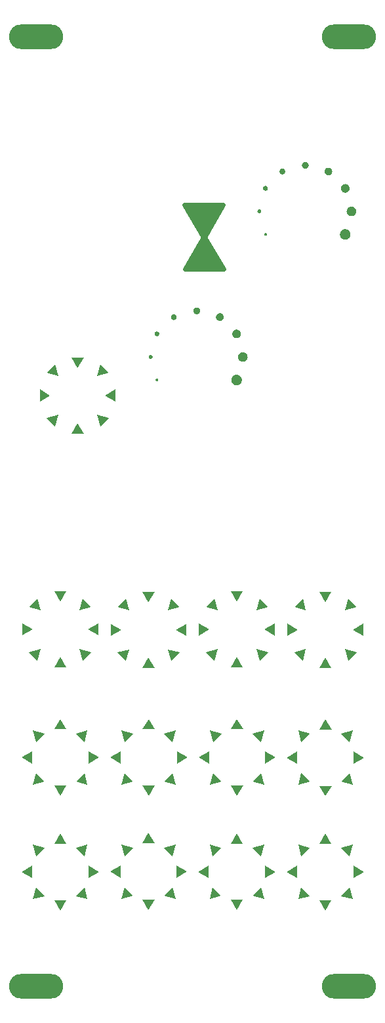
<source format=gbr>
%TF.GenerationSoftware,KiCad,Pcbnew,9.0.6*%
%TF.CreationDate,2025-11-20T09:42:16+01:00*%
%TF.ProjectId,Th-555-biondo_front,54682d35-3535-42d6-9269-6f6e646f5f66,rev?*%
%TF.SameCoordinates,Original*%
%TF.FileFunction,Soldermask,Top*%
%TF.FilePolarity,Negative*%
%FSLAX46Y46*%
G04 Gerber Fmt 4.6, Leading zero omitted, Abs format (unit mm)*
G04 Created by KiCad (PCBNEW 9.0.6) date 2025-11-20 09:42:16*
%MOMM*%
%LPD*%
G01*
G04 APERTURE LIST*
%ADD10C,0.000000*%
%ADD11C,0.600000*%
%ADD12O,7.000000X3.200000*%
G04 APERTURE END LIST*
D10*
%TO.C,REF\u002A\u002A*%
G36*
X121465695Y-137550404D02*
G01*
X120114009Y-136770000D01*
X121465695Y-135989605D01*
X121465695Y-137550404D01*
G37*
G36*
X123082566Y-139893085D02*
G01*
X121574954Y-140297046D01*
X121978913Y-138789433D01*
X123082566Y-139893085D01*
G37*
G36*
X123082568Y-133646923D02*
G01*
X121978917Y-134750576D01*
X121574956Y-133242962D01*
X123082568Y-133646923D01*
G37*
G36*
X125102002Y-141757999D02*
G01*
X124321601Y-140406322D01*
X125882401Y-140406322D01*
X125102002Y-141757999D01*
G37*
G36*
X125882399Y-133133686D02*
G01*
X124321599Y-133133686D01*
X125102000Y-131782002D01*
X125882399Y-133133686D01*
G37*
G36*
X128225086Y-134750561D02*
G01*
X127121434Y-133646908D01*
X128629047Y-133242947D01*
X128225086Y-134750561D01*
G37*
G36*
X128629047Y-140297054D02*
G01*
X127121434Y-139893100D01*
X128225086Y-138789440D01*
X128629047Y-140297054D01*
G37*
G36*
X130090000Y-136770000D02*
G01*
X128738316Y-137550404D01*
X128738316Y-135989605D01*
X130090000Y-136770000D01*
G37*
G36*
X144370737Y-105500001D02*
G01*
X143019053Y-106280404D01*
X143019053Y-104719605D01*
X144370737Y-105500001D01*
G37*
G36*
X145006334Y-109517319D02*
G01*
X143902681Y-108413666D01*
X145410295Y-108009713D01*
X145006334Y-109517319D01*
G37*
G36*
X145410295Y-102990304D02*
G01*
X143902681Y-102586342D01*
X145006334Y-101482682D01*
X145410295Y-102990304D01*
G37*
G36*
X147920008Y-101950738D02*
G01*
X147139612Y-100599045D01*
X148700411Y-100599045D01*
X147920008Y-101950738D01*
G37*
G36*
X148700403Y-110400956D02*
G01*
X147139605Y-110400956D01*
X147920000Y-109049264D01*
X148700403Y-110400956D01*
G37*
G36*
X151937319Y-102586327D02*
G01*
X150429705Y-102990288D01*
X150833666Y-101482674D01*
X151937319Y-102586327D01*
G37*
G36*
X151937327Y-108413659D02*
G01*
X150833673Y-109517312D01*
X150429712Y-108009698D01*
X151937327Y-108413659D01*
G37*
G36*
X152820948Y-106280404D02*
G01*
X151469264Y-105500001D01*
X152820948Y-104719605D01*
X152820948Y-106280404D01*
G37*
G36*
X132875695Y-137530404D02*
G01*
X131524009Y-136750000D01*
X132875695Y-135969605D01*
X132875695Y-137530404D01*
G37*
G36*
X134492566Y-139873085D02*
G01*
X132984954Y-140277046D01*
X133388913Y-138769433D01*
X134492566Y-139873085D01*
G37*
G36*
X134492568Y-133626923D02*
G01*
X133388917Y-134730576D01*
X132984956Y-133222962D01*
X134492568Y-133626923D01*
G37*
G36*
X136512002Y-141737999D02*
G01*
X135731601Y-140386322D01*
X137292401Y-140386322D01*
X136512002Y-141737999D01*
G37*
G36*
X137292399Y-133113686D02*
G01*
X135731599Y-133113686D01*
X136512000Y-131762002D01*
X137292399Y-133113686D01*
G37*
G36*
X139635086Y-134730561D02*
G01*
X138531434Y-133626908D01*
X140039047Y-133222947D01*
X139635086Y-134730561D01*
G37*
G36*
X140039047Y-140277054D02*
G01*
X138531434Y-139873100D01*
X139635086Y-138769440D01*
X140039047Y-140277054D01*
G37*
G36*
X141500000Y-136750000D02*
G01*
X140148316Y-137530404D01*
X140148316Y-135969605D01*
X141500000Y-136750000D01*
G37*
G36*
X155790737Y-105530001D02*
G01*
X154439053Y-106310404D01*
X154439053Y-104749605D01*
X155790737Y-105530001D01*
G37*
G36*
X156426334Y-109547319D02*
G01*
X155322681Y-108443666D01*
X156830295Y-108039713D01*
X156426334Y-109547319D01*
G37*
G36*
X156830295Y-103020304D02*
G01*
X155322681Y-102616342D01*
X156426334Y-101512682D01*
X156830295Y-103020304D01*
G37*
G36*
X159340008Y-101980738D02*
G01*
X158559612Y-100629045D01*
X160120411Y-100629045D01*
X159340008Y-101980738D01*
G37*
G36*
X160120403Y-110430956D02*
G01*
X158559605Y-110430956D01*
X159340000Y-109079264D01*
X160120403Y-110430956D01*
G37*
G36*
X163357319Y-102616327D02*
G01*
X161849705Y-103020288D01*
X162253666Y-101512674D01*
X163357319Y-102616327D01*
G37*
G36*
X163357327Y-108443659D02*
G01*
X162253673Y-109547312D01*
X161849712Y-108039698D01*
X163357327Y-108443659D01*
G37*
G36*
X164240948Y-106310404D02*
G01*
X162889264Y-105530001D01*
X164240948Y-104749605D01*
X164240948Y-106310404D01*
G37*
G36*
X144305695Y-122800404D02*
G01*
X142954009Y-122020000D01*
X144305695Y-121239605D01*
X144305695Y-122800404D01*
G37*
G36*
X145922566Y-125143085D02*
G01*
X144414954Y-125547046D01*
X144818913Y-124039433D01*
X145922566Y-125143085D01*
G37*
G36*
X145922568Y-118896923D02*
G01*
X144818917Y-120000576D01*
X144414956Y-118492962D01*
X145922568Y-118896923D01*
G37*
G36*
X147942002Y-127007999D02*
G01*
X147161601Y-125656322D01*
X148722401Y-125656322D01*
X147942002Y-127007999D01*
G37*
G36*
X148722399Y-118383686D02*
G01*
X147161599Y-118383686D01*
X147942000Y-117032002D01*
X148722399Y-118383686D01*
G37*
G36*
X151065086Y-120000561D02*
G01*
X149961434Y-118896908D01*
X151469047Y-118492947D01*
X151065086Y-120000561D01*
G37*
G36*
X151469047Y-125547054D02*
G01*
X149961434Y-125143100D01*
X151065086Y-124039440D01*
X151469047Y-125547054D01*
G37*
G36*
X152930000Y-122020000D02*
G01*
X151578316Y-122800404D01*
X151578316Y-121239605D01*
X152930000Y-122020000D01*
G37*
G36*
X123810737Y-75300001D02*
G01*
X122459053Y-76080404D01*
X122459053Y-74519605D01*
X123810737Y-75300001D01*
G37*
G36*
X124446334Y-79317319D02*
G01*
X123342681Y-78213666D01*
X124850295Y-77809713D01*
X124446334Y-79317319D01*
G37*
G36*
X124850295Y-72790304D02*
G01*
X123342681Y-72386342D01*
X124446334Y-71282682D01*
X124850295Y-72790304D01*
G37*
G36*
X127360008Y-71750738D02*
G01*
X126579612Y-70399045D01*
X128140411Y-70399045D01*
X127360008Y-71750738D01*
G37*
G36*
X128140403Y-80200956D02*
G01*
X126579605Y-80200956D01*
X127360000Y-78849264D01*
X128140403Y-80200956D01*
G37*
G36*
X131377319Y-72386327D02*
G01*
X129869705Y-72790288D01*
X130273666Y-71282674D01*
X131377319Y-72386327D01*
G37*
G36*
X131377327Y-78213659D02*
G01*
X130273673Y-79317312D01*
X129869712Y-77809698D01*
X131377327Y-78213659D01*
G37*
G36*
X132260948Y-76080404D02*
G01*
X130909264Y-75300001D01*
X132260948Y-74519605D01*
X132260948Y-76080404D01*
G37*
G36*
X132885695Y-122800404D02*
G01*
X131534009Y-122020000D01*
X132885695Y-121239605D01*
X132885695Y-122800404D01*
G37*
G36*
X134502566Y-125143085D02*
G01*
X132994954Y-125547046D01*
X133398913Y-124039433D01*
X134502566Y-125143085D01*
G37*
G36*
X134502568Y-118896923D02*
G01*
X133398917Y-120000576D01*
X132994956Y-118492962D01*
X134502568Y-118896923D01*
G37*
G36*
X136522002Y-127007999D02*
G01*
X135741601Y-125656322D01*
X137302401Y-125656322D01*
X136522002Y-127007999D01*
G37*
G36*
X137302399Y-118383686D02*
G01*
X135741599Y-118383686D01*
X136522000Y-117032002D01*
X137302399Y-118383686D01*
G37*
G36*
X139645086Y-120000561D02*
G01*
X138541434Y-118896908D01*
X140049047Y-118492947D01*
X139645086Y-120000561D01*
G37*
G36*
X140049047Y-125547054D02*
G01*
X138541434Y-125143100D01*
X139645086Y-124039440D01*
X140049047Y-125547054D01*
G37*
G36*
X141510000Y-122020000D02*
G01*
X140158316Y-122800404D01*
X140158316Y-121239605D01*
X141510000Y-122020000D01*
G37*
G36*
X155715695Y-137550404D02*
G01*
X154364009Y-136770000D01*
X155715695Y-135989605D01*
X155715695Y-137550404D01*
G37*
G36*
X157332566Y-139893085D02*
G01*
X155824954Y-140297046D01*
X156228913Y-138789433D01*
X157332566Y-139893085D01*
G37*
G36*
X157332568Y-133646923D02*
G01*
X156228917Y-134750576D01*
X155824956Y-133242962D01*
X157332568Y-133646923D01*
G37*
G36*
X159352002Y-141757999D02*
G01*
X158571601Y-140406322D01*
X160132401Y-140406322D01*
X159352002Y-141757999D01*
G37*
G36*
X160132399Y-133133686D02*
G01*
X158571599Y-133133686D01*
X159352000Y-131782002D01*
X160132399Y-133133686D01*
G37*
G36*
X162475086Y-134750561D02*
G01*
X161371434Y-133646908D01*
X162879047Y-133242947D01*
X162475086Y-134750561D01*
G37*
G36*
X162879047Y-140297054D02*
G01*
X161371434Y-139893100D01*
X162475086Y-138789440D01*
X162879047Y-140297054D01*
G37*
G36*
X164340000Y-136770000D02*
G01*
X162988316Y-137550404D01*
X162988316Y-135989605D01*
X164340000Y-136770000D01*
G37*
G36*
X137597194Y-73121232D02*
G01*
X137606623Y-73121949D01*
X137615916Y-73123129D01*
X137625059Y-73124762D01*
X137634042Y-73126835D01*
X137642853Y-73129337D01*
X137651480Y-73132256D01*
X137659912Y-73135580D01*
X137668136Y-73139298D01*
X137676142Y-73143398D01*
X137683917Y-73147869D01*
X137691450Y-73152698D01*
X137698730Y-73157874D01*
X137705744Y-73163386D01*
X137712480Y-73169221D01*
X137718928Y-73175369D01*
X137725076Y-73181816D01*
X137730912Y-73188553D01*
X137736423Y-73195567D01*
X137741600Y-73202846D01*
X137746429Y-73210379D01*
X137750900Y-73218154D01*
X137755000Y-73226159D01*
X137758718Y-73234383D01*
X137762042Y-73242814D01*
X137764961Y-73251441D01*
X137767463Y-73260251D01*
X137769536Y-73269234D01*
X137771169Y-73278377D01*
X137772349Y-73287668D01*
X137773066Y-73297097D01*
X137773308Y-73306651D01*
X137773066Y-73316206D01*
X137772350Y-73325634D01*
X137771169Y-73334926D01*
X137769536Y-73344069D01*
X137767463Y-73353051D01*
X137764962Y-73361862D01*
X137762043Y-73370488D01*
X137758719Y-73378920D01*
X137755001Y-73387144D01*
X137750902Y-73395149D01*
X137746431Y-73402924D01*
X137741603Y-73410457D01*
X137736427Y-73417736D01*
X137730915Y-73424750D01*
X137725080Y-73431486D01*
X137718933Y-73437934D01*
X137712486Y-73444082D01*
X137705749Y-73449917D01*
X137698736Y-73455429D01*
X137691457Y-73460605D01*
X137683925Y-73465434D01*
X137676150Y-73469905D01*
X137668145Y-73474005D01*
X137659921Y-73477723D01*
X137651490Y-73481047D01*
X137642864Y-73483966D01*
X137634054Y-73486468D01*
X137625072Y-73488541D01*
X137615929Y-73490174D01*
X137606637Y-73491354D01*
X137597208Y-73492071D01*
X137587654Y-73492313D01*
X137578099Y-73492071D01*
X137568670Y-73491354D01*
X137559378Y-73490174D01*
X137550234Y-73488541D01*
X137541251Y-73486468D01*
X137532440Y-73483966D01*
X137523813Y-73481047D01*
X137515382Y-73477723D01*
X137507157Y-73474005D01*
X137499151Y-73469905D01*
X137491376Y-73465434D01*
X137483843Y-73460605D01*
X137476564Y-73455429D01*
X137469550Y-73449917D01*
X137462813Y-73444082D01*
X137456365Y-73437934D01*
X137450217Y-73431486D01*
X137444382Y-73424750D01*
X137438870Y-73417736D01*
X137433693Y-73410457D01*
X137428864Y-73402924D01*
X137424394Y-73395149D01*
X137420294Y-73387144D01*
X137416575Y-73378920D01*
X137413251Y-73370488D01*
X137410332Y-73361862D01*
X137407830Y-73353051D01*
X137405757Y-73344069D01*
X137404125Y-73334926D01*
X137402944Y-73325634D01*
X137402227Y-73316206D01*
X137401985Y-73306651D01*
X137402227Y-73297097D01*
X137402944Y-73287668D01*
X137404124Y-73278377D01*
X137405757Y-73269234D01*
X137407830Y-73260251D01*
X137410331Y-73251441D01*
X137413250Y-73242814D01*
X137416574Y-73234383D01*
X137420292Y-73226159D01*
X137424392Y-73218154D01*
X137428862Y-73210379D01*
X137433691Y-73202846D01*
X137438867Y-73195567D01*
X137444378Y-73188553D01*
X137450213Y-73181816D01*
X137456360Y-73175369D01*
X137462808Y-73169221D01*
X137469544Y-73163386D01*
X137476557Y-73157874D01*
X137483836Y-73152698D01*
X137491368Y-73147869D01*
X137499143Y-73143398D01*
X137507148Y-73139298D01*
X137515372Y-73135580D01*
X137523803Y-73132256D01*
X137532429Y-73129337D01*
X137541239Y-73126835D01*
X137550222Y-73124762D01*
X137559365Y-73123129D01*
X137568656Y-73121949D01*
X137578085Y-73121232D01*
X137587639Y-73120990D01*
X137597194Y-73121232D01*
G37*
G36*
X137603570Y-67052988D02*
G01*
X137619285Y-67054183D01*
X137634771Y-67056150D01*
X137650009Y-67058872D01*
X137664980Y-67062327D01*
X137679664Y-67066497D01*
X137694042Y-67071362D01*
X137708095Y-67076902D01*
X137721802Y-67083099D01*
X137735144Y-67089933D01*
X137748102Y-67097384D01*
X137760657Y-67105433D01*
X137772790Y-67114060D01*
X137784479Y-67123246D01*
X137795707Y-67132972D01*
X137806454Y-67143218D01*
X137816700Y-67153965D01*
X137826426Y-67165193D01*
X137835612Y-67176883D01*
X137844239Y-67189015D01*
X137852288Y-67201570D01*
X137859739Y-67214528D01*
X137866573Y-67227871D01*
X137872770Y-67241578D01*
X137878310Y-67255630D01*
X137883175Y-67270008D01*
X137887345Y-67284692D01*
X137890800Y-67299663D01*
X137893522Y-67314901D01*
X137895490Y-67330387D01*
X137896685Y-67346102D01*
X137897087Y-67362026D01*
X137896685Y-67377949D01*
X137895490Y-67393664D01*
X137893522Y-67409150D01*
X137890800Y-67424388D01*
X137887345Y-67439359D01*
X137883175Y-67454043D01*
X137878310Y-67468421D01*
X137872770Y-67482473D01*
X137866573Y-67496180D01*
X137859739Y-67509523D01*
X137852288Y-67522481D01*
X137844239Y-67535036D01*
X137835612Y-67547168D01*
X137826426Y-67558858D01*
X137816700Y-67570086D01*
X137806454Y-67580833D01*
X137795707Y-67591079D01*
X137784479Y-67600805D01*
X137772790Y-67609991D01*
X137760657Y-67618618D01*
X137748102Y-67626667D01*
X137735144Y-67634118D01*
X137721802Y-67640952D01*
X137708095Y-67647149D01*
X137694042Y-67652689D01*
X137679664Y-67657554D01*
X137664980Y-67661724D01*
X137650009Y-67665179D01*
X137634771Y-67667901D01*
X137619285Y-67669869D01*
X137603570Y-67671064D01*
X137587647Y-67671466D01*
X137571723Y-67671064D01*
X137556008Y-67669869D01*
X137540522Y-67667901D01*
X137525284Y-67665179D01*
X137510313Y-67661724D01*
X137495629Y-67657554D01*
X137481251Y-67652689D01*
X137467199Y-67647149D01*
X137453492Y-67640952D01*
X137440149Y-67634118D01*
X137427191Y-67626667D01*
X137414636Y-67618618D01*
X137402504Y-67609991D01*
X137390814Y-67600805D01*
X137379586Y-67591079D01*
X137368839Y-67580833D01*
X137358593Y-67570086D01*
X137348868Y-67558858D01*
X137339681Y-67547168D01*
X137331054Y-67535036D01*
X137323005Y-67522481D01*
X137315554Y-67509523D01*
X137308720Y-67496180D01*
X137302524Y-67482473D01*
X137296983Y-67468421D01*
X137292118Y-67454043D01*
X137287948Y-67439359D01*
X137284493Y-67424388D01*
X137281772Y-67409150D01*
X137279804Y-67393664D01*
X137278609Y-67377949D01*
X137278206Y-67362026D01*
X137278609Y-67346102D01*
X137279804Y-67330387D01*
X137281772Y-67314901D01*
X137284493Y-67299663D01*
X137287948Y-67284692D01*
X137292118Y-67270008D01*
X137296983Y-67255630D01*
X137302524Y-67241578D01*
X137308720Y-67227871D01*
X137315554Y-67214528D01*
X137323005Y-67201570D01*
X137331054Y-67189015D01*
X137339681Y-67176883D01*
X137348868Y-67165193D01*
X137358593Y-67153965D01*
X137368839Y-67143218D01*
X137379586Y-67132972D01*
X137390814Y-67123246D01*
X137402504Y-67114060D01*
X137414636Y-67105433D01*
X137427191Y-67097384D01*
X137440149Y-67089933D01*
X137453492Y-67083099D01*
X137467199Y-67076902D01*
X137481251Y-67071362D01*
X137495629Y-67066497D01*
X137510313Y-67062327D01*
X137525284Y-67058872D01*
X137540522Y-67056150D01*
X137556008Y-67054183D01*
X137571723Y-67052988D01*
X137587647Y-67052585D01*
X137603570Y-67052988D01*
G37*
G36*
X139781940Y-64815271D02*
G01*
X139800228Y-64816632D01*
X139818360Y-64818884D01*
X139836307Y-64822015D01*
X139854038Y-64826012D01*
X139871522Y-64830864D01*
X139888729Y-64836557D01*
X139905628Y-64843078D01*
X139922190Y-64850415D01*
X139938383Y-64858556D01*
X139954177Y-64867488D01*
X139969542Y-64877199D01*
X139984447Y-64887675D01*
X139998862Y-64898904D01*
X140012757Y-64910874D01*
X140026100Y-64923572D01*
X140038798Y-64936915D01*
X140050768Y-64950810D01*
X140061997Y-64965225D01*
X140072473Y-64980130D01*
X140082184Y-64995495D01*
X140091116Y-65011289D01*
X140099257Y-65027482D01*
X140106594Y-65044044D01*
X140113116Y-65060943D01*
X140118808Y-65078150D01*
X140123660Y-65095634D01*
X140127657Y-65113365D01*
X140130788Y-65131312D01*
X140133041Y-65149444D01*
X140134401Y-65167732D01*
X140134857Y-65186145D01*
X140134401Y-65204558D01*
X140133040Y-65222846D01*
X140130788Y-65240978D01*
X140127656Y-65258925D01*
X140123658Y-65276656D01*
X140118806Y-65294140D01*
X140113113Y-65311347D01*
X140106590Y-65328246D01*
X140099252Y-65344808D01*
X140091111Y-65361001D01*
X140082178Y-65376795D01*
X140072467Y-65392160D01*
X140061990Y-65407065D01*
X140050761Y-65421481D01*
X140038791Y-65435375D01*
X140026093Y-65448718D01*
X140012749Y-65461416D01*
X139998855Y-65473386D01*
X139984440Y-65484615D01*
X139969536Y-65495091D01*
X139954171Y-65504802D01*
X139938378Y-65513734D01*
X139922185Y-65521875D01*
X139905625Y-65529212D01*
X139888726Y-65535734D01*
X139871520Y-65541426D01*
X139854036Y-65546278D01*
X139836306Y-65550275D01*
X139818360Y-65553406D01*
X139800227Y-65555659D01*
X139781940Y-65557019D01*
X139763527Y-65557475D01*
X139745114Y-65557019D01*
X139726826Y-65555659D01*
X139708694Y-65553406D01*
X139690747Y-65550275D01*
X139673016Y-65546278D01*
X139655532Y-65541426D01*
X139638325Y-65535734D01*
X139621426Y-65529212D01*
X139604864Y-65521875D01*
X139588671Y-65513734D01*
X139572877Y-65504802D01*
X139557512Y-65495091D01*
X139542607Y-65484615D01*
X139528192Y-65473386D01*
X139514297Y-65461416D01*
X139500954Y-65448718D01*
X139488256Y-65435375D01*
X139476286Y-65421481D01*
X139465057Y-65407065D01*
X139454581Y-65392160D01*
X139444870Y-65376795D01*
X139435938Y-65361001D01*
X139427797Y-65344808D01*
X139420460Y-65328246D01*
X139413939Y-65311347D01*
X139408246Y-65294140D01*
X139403394Y-65276656D01*
X139399397Y-65258925D01*
X139396266Y-65240978D01*
X139394014Y-65222846D01*
X139392653Y-65204558D01*
X139392197Y-65186145D01*
X139392653Y-65167732D01*
X139394014Y-65149444D01*
X139396266Y-65131312D01*
X139399398Y-65113365D01*
X139403396Y-65095634D01*
X139408248Y-65078150D01*
X139413942Y-65060943D01*
X139420464Y-65044044D01*
X139427802Y-65027482D01*
X139435944Y-65011289D01*
X139444876Y-64995495D01*
X139454587Y-64980130D01*
X139465064Y-64965225D01*
X139476293Y-64950810D01*
X139488263Y-64936915D01*
X139500961Y-64923572D01*
X139514305Y-64910874D01*
X139528199Y-64898904D01*
X139542614Y-64887675D01*
X139557518Y-64877199D01*
X139572883Y-64867488D01*
X139588676Y-64858556D01*
X139604869Y-64850415D01*
X139621430Y-64843078D01*
X139638328Y-64836557D01*
X139655535Y-64830864D01*
X139673018Y-64826012D01*
X139690748Y-64822015D01*
X139708695Y-64818884D01*
X139726827Y-64816632D01*
X139745114Y-64815271D01*
X139763527Y-64814815D01*
X139781940Y-64815271D01*
G37*
G36*
X147917783Y-72626717D02*
G01*
X147951311Y-72629212D01*
X147984554Y-72633341D01*
X148017457Y-72639082D01*
X148049963Y-72646412D01*
X148082016Y-72655307D01*
X148113562Y-72665745D01*
X148144544Y-72677701D01*
X148174906Y-72691154D01*
X148204593Y-72706080D01*
X148233548Y-72722456D01*
X148261716Y-72740258D01*
X148289042Y-72759465D01*
X148315468Y-72780052D01*
X148340940Y-72801996D01*
X148365402Y-72825275D01*
X148388681Y-72849737D01*
X148410625Y-72875209D01*
X148431212Y-72901636D01*
X148450419Y-72928961D01*
X148468221Y-72957129D01*
X148484597Y-72986085D01*
X148499523Y-73015771D01*
X148512976Y-73046133D01*
X148524933Y-73077115D01*
X148535370Y-73108661D01*
X148544265Y-73140715D01*
X148551595Y-73173221D01*
X148557336Y-73206123D01*
X148561465Y-73239366D01*
X148563960Y-73272894D01*
X148564797Y-73306651D01*
X148563960Y-73340409D01*
X148561465Y-73373937D01*
X148557336Y-73407180D01*
X148551595Y-73440082D01*
X148544265Y-73472588D01*
X148535370Y-73504642D01*
X148524933Y-73536188D01*
X148512976Y-73567169D01*
X148499523Y-73597532D01*
X148484597Y-73627218D01*
X148468221Y-73656174D01*
X148450419Y-73684342D01*
X148431212Y-73711667D01*
X148410625Y-73738094D01*
X148388681Y-73763566D01*
X148365402Y-73788028D01*
X148340940Y-73811307D01*
X148315468Y-73833251D01*
X148289042Y-73853838D01*
X148261716Y-73873044D01*
X148233548Y-73890847D01*
X148204593Y-73907223D01*
X148174906Y-73922149D01*
X148144544Y-73935602D01*
X148113562Y-73947558D01*
X148082016Y-73957996D01*
X148049963Y-73966891D01*
X148017457Y-73974221D01*
X147984554Y-73979962D01*
X147951311Y-73984091D01*
X147917783Y-73986586D01*
X147884026Y-73987422D01*
X147850269Y-73986586D01*
X147816741Y-73984091D01*
X147783497Y-73979962D01*
X147750595Y-73974221D01*
X147718089Y-73966891D01*
X147686035Y-73957996D01*
X147654489Y-73947558D01*
X147623508Y-73935602D01*
X147593146Y-73922149D01*
X147563459Y-73907223D01*
X147534504Y-73890847D01*
X147506335Y-73873044D01*
X147479010Y-73853838D01*
X147452583Y-73833251D01*
X147427111Y-73811307D01*
X147402649Y-73788028D01*
X147379370Y-73763566D01*
X147357426Y-73738094D01*
X147336839Y-73711667D01*
X147317633Y-73684342D01*
X147299830Y-73656174D01*
X147283454Y-73627218D01*
X147268528Y-73597532D01*
X147255076Y-73567169D01*
X147243119Y-73536188D01*
X147232681Y-73504642D01*
X147223786Y-73472588D01*
X147216457Y-73440082D01*
X147210715Y-73407180D01*
X147206586Y-73373937D01*
X147204092Y-73340409D01*
X147203255Y-73306651D01*
X147204092Y-73272894D01*
X147206586Y-73239366D01*
X147210715Y-73206123D01*
X147216457Y-73173221D01*
X147223786Y-73140715D01*
X147232681Y-73108661D01*
X147243119Y-73077115D01*
X147255076Y-73046133D01*
X147268528Y-73015771D01*
X147283454Y-72986085D01*
X147299830Y-72957129D01*
X147317633Y-72928961D01*
X147336839Y-72901636D01*
X147357426Y-72875209D01*
X147379370Y-72849737D01*
X147402649Y-72825275D01*
X147427111Y-72801996D01*
X147452583Y-72780052D01*
X147479010Y-72759465D01*
X147506335Y-72740258D01*
X147534504Y-72722456D01*
X147563459Y-72706080D01*
X147593146Y-72691154D01*
X147623508Y-72677701D01*
X147654489Y-72665745D01*
X147686035Y-72655307D01*
X147718089Y-72646412D01*
X147750595Y-72639082D01*
X147783497Y-72633341D01*
X147816741Y-72629212D01*
X147850269Y-72626717D01*
X147884026Y-72625881D01*
X147917783Y-72626717D01*
G37*
G36*
X148712298Y-69716247D02*
G01*
X148743727Y-69718637D01*
X148774700Y-69722573D01*
X148805176Y-69728016D01*
X148835118Y-69734926D01*
X148864486Y-69743266D01*
X148893242Y-69752996D01*
X148921346Y-69764077D01*
X148948760Y-69776471D01*
X148975445Y-69790138D01*
X149001362Y-69805040D01*
X149026472Y-69821138D01*
X149050736Y-69838392D01*
X149074116Y-69856765D01*
X149096572Y-69876217D01*
X149118065Y-69896709D01*
X149138557Y-69918202D01*
X149158009Y-69940658D01*
X149176382Y-69964037D01*
X149193636Y-69988302D01*
X149209734Y-70013412D01*
X149224636Y-70039328D01*
X149238303Y-70066013D01*
X149250697Y-70093427D01*
X149261778Y-70121532D01*
X149271508Y-70150288D01*
X149279848Y-70179656D01*
X149286758Y-70209598D01*
X149292201Y-70240074D01*
X149296137Y-70271046D01*
X149298527Y-70302476D01*
X149299332Y-70334323D01*
X149298527Y-70366171D01*
X149296137Y-70397600D01*
X149292201Y-70428572D01*
X149286758Y-70459049D01*
X149279848Y-70488991D01*
X149271508Y-70518359D01*
X149261778Y-70547115D01*
X149250697Y-70575219D01*
X149238303Y-70602633D01*
X149224636Y-70629318D01*
X149209734Y-70655235D01*
X149193636Y-70680345D01*
X149176382Y-70704609D01*
X149158009Y-70727988D01*
X149138557Y-70750444D01*
X149118065Y-70771938D01*
X149096572Y-70792430D01*
X149074116Y-70811881D01*
X149050736Y-70830254D01*
X149026472Y-70847509D01*
X149001362Y-70863607D01*
X148975445Y-70878508D01*
X148948760Y-70892176D01*
X148921346Y-70904569D01*
X148893242Y-70915651D01*
X148864486Y-70925381D01*
X148835118Y-70933720D01*
X148805176Y-70940631D01*
X148774700Y-70946073D01*
X148743727Y-70950009D01*
X148712298Y-70952399D01*
X148680451Y-70953204D01*
X148649762Y-70952444D01*
X148619281Y-70950176D01*
X148589060Y-70946423D01*
X148559148Y-70941204D01*
X148529596Y-70934542D01*
X148500456Y-70926456D01*
X148471778Y-70916968D01*
X148443612Y-70906100D01*
X148416010Y-70893871D01*
X148389022Y-70880302D01*
X148362698Y-70865416D01*
X148337090Y-70849232D01*
X148312249Y-70831773D01*
X148288224Y-70813057D01*
X148265067Y-70793108D01*
X148242829Y-70771945D01*
X148221666Y-70749707D01*
X148201716Y-70726550D01*
X148183001Y-70702525D01*
X148165540Y-70677684D01*
X148149356Y-70652076D01*
X148134469Y-70625752D01*
X148120900Y-70598764D01*
X148108670Y-70571162D01*
X148097801Y-70542996D01*
X148088312Y-70514318D01*
X148080226Y-70485177D01*
X148073563Y-70455626D01*
X148068344Y-70425714D01*
X148064590Y-70395493D01*
X148062322Y-70365012D01*
X148061562Y-70334323D01*
X148062322Y-70303634D01*
X148064590Y-70273154D01*
X148068344Y-70242933D01*
X148073563Y-70213022D01*
X148080226Y-70183471D01*
X148088312Y-70154331D01*
X148097801Y-70125654D01*
X148108670Y-70097489D01*
X148120900Y-70069887D01*
X148134469Y-70042899D01*
X148149356Y-70016577D01*
X148165540Y-69990969D01*
X148183001Y-69966128D01*
X148201716Y-69942104D01*
X148221666Y-69918947D01*
X148242829Y-69896709D01*
X148265067Y-69875546D01*
X148288224Y-69855596D01*
X148312249Y-69836881D01*
X148337090Y-69819421D01*
X148362698Y-69803236D01*
X148389022Y-69788349D01*
X148416010Y-69774780D01*
X148443612Y-69762551D01*
X148471778Y-69751681D01*
X148500456Y-69742193D01*
X148529596Y-69734106D01*
X148559148Y-69727443D01*
X148589060Y-69722224D01*
X148619281Y-69718470D01*
X148649762Y-69716203D01*
X148680451Y-69715442D01*
X148712298Y-69716247D01*
G37*
G36*
X136803960Y-70087102D02*
G01*
X136816531Y-70088058D01*
X136828919Y-70089632D01*
X136841109Y-70091809D01*
X136853086Y-70094573D01*
X136864832Y-70097909D01*
X136876334Y-70101801D01*
X136887575Y-70106234D01*
X136898541Y-70111191D01*
X136909214Y-70116658D01*
X136919581Y-70122619D01*
X136929624Y-70129058D01*
X136939329Y-70135959D01*
X136948681Y-70143308D01*
X136957663Y-70151089D01*
X136966260Y-70159286D01*
X136974457Y-70167883D01*
X136982237Y-70176865D01*
X136989586Y-70186217D01*
X136996488Y-70195923D01*
X137002927Y-70205967D01*
X137008887Y-70216333D01*
X137014354Y-70227007D01*
X137019311Y-70237973D01*
X137023744Y-70249214D01*
X137027636Y-70260717D01*
X137030972Y-70272464D01*
X137033736Y-70284441D01*
X137035913Y-70296631D01*
X137037487Y-70309020D01*
X137038443Y-70321592D01*
X137038765Y-70334331D01*
X137038773Y-70334323D01*
X137038450Y-70347061D01*
X137037493Y-70359633D01*
X137035919Y-70372021D01*
X137033741Y-70384211D01*
X137030977Y-70396187D01*
X137027641Y-70407934D01*
X137023748Y-70419436D01*
X137019316Y-70430677D01*
X137014358Y-70441642D01*
X137008891Y-70452316D01*
X137002931Y-70462682D01*
X136996492Y-70472726D01*
X136989590Y-70482431D01*
X136982241Y-70491782D01*
X136974461Y-70500764D01*
X136966264Y-70509362D01*
X136957667Y-70517558D01*
X136948685Y-70525339D01*
X136939333Y-70532687D01*
X136929628Y-70539589D01*
X136919584Y-70546028D01*
X136909218Y-70551989D01*
X136898544Y-70557456D01*
X136887579Y-70562413D01*
X136876337Y-70566845D01*
X136864835Y-70570737D01*
X136853088Y-70574073D01*
X136841112Y-70576837D01*
X136828921Y-70579014D01*
X136816532Y-70580588D01*
X136803961Y-70581544D01*
X136791222Y-70581867D01*
X136778484Y-70581544D01*
X136765912Y-70580588D01*
X136753524Y-70579014D01*
X136741334Y-70576837D01*
X136729358Y-70574073D01*
X136717611Y-70570737D01*
X136706109Y-70566845D01*
X136694868Y-70562413D01*
X136683903Y-70557455D01*
X136673229Y-70551989D01*
X136662863Y-70546028D01*
X136652819Y-70539589D01*
X136643114Y-70532687D01*
X136633763Y-70525338D01*
X136624781Y-70517557D01*
X136616183Y-70509361D01*
X136607987Y-70500763D01*
X136600206Y-70491781D01*
X136592858Y-70482429D01*
X136585956Y-70472724D01*
X136579517Y-70462680D01*
X136573556Y-70452313D01*
X136568089Y-70441639D01*
X136563132Y-70430674D01*
X136558700Y-70419432D01*
X136554808Y-70407930D01*
X136551472Y-70396182D01*
X136548708Y-70384206D01*
X136546531Y-70372015D01*
X136544957Y-70359626D01*
X136544001Y-70347055D01*
X136543678Y-70334316D01*
X136544001Y-70321578D01*
X136544956Y-70309008D01*
X136546531Y-70296620D01*
X136548707Y-70284430D01*
X136551471Y-70272455D01*
X136554807Y-70260709D01*
X136558699Y-70249207D01*
X136563131Y-70237966D01*
X136568088Y-70227002D01*
X136573555Y-70216328D01*
X136579515Y-70205962D01*
X136585954Y-70195919D01*
X136592855Y-70186214D01*
X136600204Y-70176863D01*
X136607984Y-70167881D01*
X136616181Y-70159284D01*
X136624778Y-70151088D01*
X136633759Y-70143307D01*
X136643111Y-70135958D01*
X136652816Y-70129057D01*
X136662860Y-70122618D01*
X136673226Y-70116657D01*
X136683900Y-70111191D01*
X136694865Y-70106233D01*
X136706106Y-70101801D01*
X136717608Y-70097909D01*
X136729355Y-70094573D01*
X136741332Y-70091809D01*
X136753522Y-70089632D01*
X136765911Y-70088058D01*
X136778483Y-70087102D01*
X136791222Y-70086780D01*
X136803960Y-70087102D01*
G37*
G36*
X142757324Y-63957025D02*
G01*
X142778661Y-63958613D01*
X142799817Y-63961241D01*
X142820756Y-63964894D01*
X142841442Y-63969559D01*
X142861840Y-63975220D01*
X142881915Y-63981862D01*
X142901631Y-63989472D01*
X142920952Y-63998033D01*
X142939843Y-64007532D01*
X142958269Y-64017953D01*
X142976194Y-64029282D01*
X142993582Y-64041505D01*
X143010399Y-64054606D01*
X143026609Y-64068571D01*
X143042175Y-64083385D01*
X143056989Y-64098952D01*
X143070954Y-64115161D01*
X143084055Y-64131978D01*
X143096278Y-64149366D01*
X143107607Y-64167291D01*
X143118028Y-64185717D01*
X143127527Y-64204608D01*
X143136089Y-64223929D01*
X143143698Y-64243644D01*
X143150340Y-64263718D01*
X143156001Y-64284116D01*
X143160666Y-64304801D01*
X143164319Y-64325739D01*
X143166947Y-64346894D01*
X143168535Y-64368230D01*
X143169068Y-64389713D01*
X143169060Y-64389720D01*
X143168529Y-64411204D01*
X143166942Y-64432542D01*
X143164315Y-64453698D01*
X143160663Y-64474637D01*
X143155999Y-64495324D01*
X143150338Y-64515723D01*
X143143696Y-64535798D01*
X143136088Y-64555515D01*
X143127527Y-64574837D01*
X143118028Y-64593728D01*
X143107607Y-64612155D01*
X143096278Y-64630081D01*
X143084055Y-64647470D01*
X143070954Y-64664287D01*
X143056989Y-64680497D01*
X143042175Y-64696063D01*
X143026609Y-64710877D01*
X143010399Y-64724842D01*
X142993582Y-64737942D01*
X142976193Y-64750164D01*
X142958267Y-64761493D01*
X142939841Y-64771914D01*
X142920949Y-64781412D01*
X142901628Y-64789973D01*
X142881912Y-64797581D01*
X142861837Y-64804223D01*
X142841439Y-64809883D01*
X142820753Y-64814547D01*
X142799814Y-64818200D01*
X142778659Y-64820828D01*
X142757322Y-64822415D01*
X142735840Y-64822948D01*
X142714356Y-64822415D01*
X142693019Y-64820828D01*
X142671863Y-64818200D01*
X142650924Y-64814546D01*
X142630238Y-64809881D01*
X142609840Y-64804220D01*
X142589765Y-64797578D01*
X142570049Y-64789969D01*
X142550728Y-64781407D01*
X142531837Y-64771909D01*
X142513411Y-64761487D01*
X142495486Y-64750158D01*
X142478098Y-64737935D01*
X142461281Y-64724834D01*
X142445071Y-64710870D01*
X142429505Y-64696056D01*
X142414691Y-64680489D01*
X142400726Y-64664279D01*
X142387625Y-64647463D01*
X142375402Y-64630074D01*
X142364073Y-64612149D01*
X142353652Y-64593724D01*
X142344153Y-64574833D01*
X142335591Y-64555512D01*
X142327982Y-64535797D01*
X142321340Y-64515722D01*
X142315679Y-64495325D01*
X142311014Y-64474639D01*
X142307361Y-64453701D01*
X142304733Y-64432547D01*
X142303145Y-64411210D01*
X142302612Y-64389728D01*
X142303145Y-64368243D01*
X142304733Y-64346904D01*
X142307361Y-64325747D01*
X142311014Y-64304806D01*
X142315679Y-64284119D01*
X142321340Y-64263719D01*
X142327982Y-64243644D01*
X142335591Y-64223927D01*
X142344153Y-64204605D01*
X142353652Y-64185712D01*
X142364073Y-64167286D01*
X142375402Y-64149360D01*
X142387625Y-64131971D01*
X142400726Y-64115154D01*
X142414691Y-64098944D01*
X142429505Y-64083377D01*
X142445071Y-64068563D01*
X142461281Y-64054599D01*
X142478098Y-64041498D01*
X142495487Y-64029276D01*
X142513413Y-64017947D01*
X142531839Y-64007527D01*
X142550731Y-63998029D01*
X142570052Y-63989468D01*
X142589768Y-63981859D01*
X142609843Y-63975218D01*
X142630241Y-63969557D01*
X142650927Y-63964893D01*
X142671866Y-63961240D01*
X142693021Y-63958612D01*
X142714358Y-63957025D01*
X142735840Y-63956493D01*
X142757324Y-63957025D01*
G37*
G36*
X145732697Y-64691644D02*
G01*
X145757083Y-64693459D01*
X145781261Y-64696462D01*
X145805190Y-64700638D01*
X145828832Y-64705969D01*
X145852144Y-64712439D01*
X145875087Y-64720030D01*
X145897619Y-64728727D01*
X145919701Y-64738511D01*
X145941291Y-64749367D01*
X145962350Y-64761277D01*
X145982836Y-64774225D01*
X146002709Y-64788193D01*
X146021928Y-64803166D01*
X146040453Y-64819125D01*
X146058243Y-64836055D01*
X146075173Y-64853845D01*
X146091132Y-64872370D01*
X146106105Y-64891589D01*
X146120073Y-64911462D01*
X146133021Y-64931948D01*
X146144931Y-64953006D01*
X146155787Y-64974596D01*
X146165571Y-64996678D01*
X146174268Y-65019210D01*
X146181859Y-65042152D01*
X146188329Y-65065464D01*
X146193660Y-65089104D01*
X146197836Y-65113033D01*
X146200839Y-65137210D01*
X146202654Y-65161594D01*
X146203262Y-65186145D01*
X146203255Y-65186145D01*
X146202648Y-65210696D01*
X146200834Y-65235080D01*
X146197832Y-65259258D01*
X146193657Y-65283187D01*
X146188327Y-65306828D01*
X146181857Y-65330141D01*
X146174266Y-65353084D01*
X146165570Y-65375616D01*
X146155786Y-65397698D01*
X146144931Y-65419289D01*
X146133021Y-65440348D01*
X146120073Y-65460834D01*
X146106105Y-65480708D01*
X146091132Y-65499927D01*
X146075173Y-65518452D01*
X146058243Y-65536243D01*
X146040453Y-65553172D01*
X146021927Y-65569132D01*
X146002708Y-65584104D01*
X145982835Y-65598072D01*
X145962348Y-65611019D01*
X145941289Y-65622929D01*
X145919699Y-65633784D01*
X145897617Y-65643567D01*
X145875084Y-65652263D01*
X145852141Y-65659854D01*
X145828829Y-65666323D01*
X145805187Y-65671654D01*
X145781258Y-65675829D01*
X145757080Y-65678832D01*
X145732696Y-65680646D01*
X145708145Y-65681255D01*
X145683594Y-65680646D01*
X145659210Y-65678832D01*
X145635033Y-65675828D01*
X145611103Y-65671652D01*
X145587462Y-65666321D01*
X145564150Y-65659851D01*
X145541207Y-65652260D01*
X145518674Y-65643564D01*
X145496592Y-65633779D01*
X145475001Y-65622923D01*
X145453942Y-65611013D01*
X145433456Y-65598065D01*
X145413583Y-65584097D01*
X145394363Y-65569124D01*
X145375838Y-65553165D01*
X145358048Y-65536235D01*
X145341118Y-65518445D01*
X145325159Y-65499920D01*
X145310187Y-65480700D01*
X145296219Y-65460827D01*
X145283271Y-65440340D01*
X145271362Y-65419282D01*
X145260507Y-65397691D01*
X145250723Y-65375609D01*
X145242027Y-65353076D01*
X145234437Y-65330133D01*
X145227967Y-65306821D01*
X145222637Y-65283179D01*
X145218462Y-65259250D01*
X145215458Y-65235073D01*
X145213644Y-65210688D01*
X145213036Y-65186137D01*
X145213644Y-65161588D01*
X145215459Y-65137205D01*
X145218462Y-65113029D01*
X145222638Y-65089101D01*
X145227969Y-65065461D01*
X145234439Y-65042150D01*
X145242030Y-65019208D01*
X145250727Y-64996677D01*
X145260511Y-64974596D01*
X145271367Y-64953006D01*
X145283277Y-64931948D01*
X145296225Y-64911462D01*
X145310193Y-64891589D01*
X145325166Y-64872370D01*
X145341125Y-64853845D01*
X145358055Y-64836055D01*
X145375846Y-64819125D01*
X145394370Y-64803166D01*
X145413590Y-64788193D01*
X145433462Y-64774225D01*
X145453948Y-64761277D01*
X145475006Y-64749367D01*
X145496597Y-64738511D01*
X145518678Y-64728727D01*
X145541210Y-64720030D01*
X145564152Y-64712439D01*
X145587464Y-64705969D01*
X145611105Y-64700638D01*
X145635034Y-64696462D01*
X145659210Y-64693459D01*
X145683595Y-64691644D01*
X145708145Y-64691036D01*
X145732697Y-64691644D01*
G37*
G36*
X147911639Y-66805718D02*
G01*
X147939072Y-66807759D01*
X147966271Y-66811138D01*
X147993193Y-66815834D01*
X148019789Y-66821831D01*
X148046016Y-66829108D01*
X148071826Y-66837647D01*
X148097176Y-66847430D01*
X148122018Y-66858436D01*
X148146307Y-66870647D01*
X148169998Y-66884045D01*
X148193045Y-66898610D01*
X148215402Y-66914323D01*
X148237024Y-66931166D01*
X148257864Y-66949120D01*
X148277878Y-66968166D01*
X148296924Y-66988179D01*
X148314878Y-67009020D01*
X148331721Y-67030642D01*
X148347435Y-67052999D01*
X148362001Y-67076045D01*
X148375399Y-67099736D01*
X148387611Y-67124026D01*
X148398618Y-67148868D01*
X148408401Y-67174217D01*
X148416941Y-67200028D01*
X148424219Y-67226254D01*
X148430216Y-67252851D01*
X148434913Y-67279772D01*
X148438292Y-67306972D01*
X148440333Y-67334405D01*
X148441017Y-67362026D01*
X148441025Y-67362026D01*
X148440339Y-67389646D01*
X148438297Y-67417079D01*
X148434917Y-67444278D01*
X148430219Y-67471199D01*
X148424221Y-67497795D01*
X148416942Y-67524021D01*
X148408402Y-67549831D01*
X148398619Y-67575179D01*
X148387612Y-67600021D01*
X148375399Y-67624310D01*
X148362001Y-67648000D01*
X148347435Y-67671046D01*
X148331721Y-67693403D01*
X148314878Y-67715024D01*
X148296924Y-67735864D01*
X148277878Y-67755878D01*
X148257864Y-67774923D01*
X148237024Y-67792877D01*
X148215403Y-67809721D01*
X148193046Y-67825435D01*
X148170000Y-67840000D01*
X148146310Y-67853399D01*
X148122021Y-67865611D01*
X148097180Y-67876618D01*
X148071831Y-67886401D01*
X148046021Y-67894940D01*
X148019795Y-67902218D01*
X147993199Y-67908215D01*
X147966278Y-67912913D01*
X147939079Y-67916291D01*
X147911646Y-67918333D01*
X147884026Y-67919017D01*
X147855363Y-67918292D01*
X147827077Y-67916141D01*
X147799202Y-67912599D01*
X147771773Y-67907701D01*
X147744825Y-67901482D01*
X147718394Y-67893976D01*
X147692514Y-67885219D01*
X147667220Y-67875246D01*
X147642547Y-67864092D01*
X147618531Y-67851791D01*
X147595206Y-67838379D01*
X147572607Y-67823892D01*
X147550769Y-67808362D01*
X147529728Y-67791827D01*
X147509517Y-67774321D01*
X147490173Y-67755878D01*
X147471731Y-67736534D01*
X147454224Y-67716324D01*
X147437689Y-67695282D01*
X147422160Y-67673444D01*
X147407672Y-67650846D01*
X147394260Y-67627520D01*
X147381960Y-67603504D01*
X147370805Y-67578831D01*
X147360832Y-67553538D01*
X147352075Y-67527658D01*
X147344570Y-67501226D01*
X147338350Y-67474279D01*
X147333452Y-67446850D01*
X147329910Y-67418975D01*
X147327759Y-67390688D01*
X147327034Y-67362026D01*
X147327759Y-67333363D01*
X147329910Y-67305077D01*
X147333452Y-67277201D01*
X147338350Y-67249773D01*
X147344569Y-67222825D01*
X147352075Y-67196394D01*
X147360831Y-67170513D01*
X147370804Y-67145220D01*
X147381958Y-67120547D01*
X147394258Y-67096531D01*
X147407670Y-67073205D01*
X147422157Y-67050607D01*
X147437686Y-67028769D01*
X147454221Y-67007727D01*
X147471727Y-66987517D01*
X147490170Y-66968173D01*
X147509513Y-66949731D01*
X147529723Y-66932224D01*
X147550764Y-66915689D01*
X147572602Y-66900160D01*
X147595200Y-66885672D01*
X147618525Y-66872260D01*
X147642541Y-66859960D01*
X147667213Y-66848805D01*
X147692507Y-66838832D01*
X147718387Y-66830075D01*
X147744818Y-66822570D01*
X147771765Y-66816350D01*
X147799194Y-66811452D01*
X147827069Y-66807910D01*
X147855355Y-66805759D01*
X147884018Y-66805034D01*
X147911639Y-66805718D01*
G37*
D11*
X146230000Y-59030000D02*
X141221040Y-59030000D01*
X143680000Y-54730000D01*
X146230000Y-59030000D01*
G36*
X146230000Y-59030000D02*
G01*
X141221040Y-59030000D01*
X143680000Y-54730000D01*
X146230000Y-59030000D01*
G37*
X143690828Y-54987156D02*
X141140828Y-50687156D01*
X146149788Y-50687156D01*
X143690828Y-54987156D01*
G36*
X143690828Y-54987156D02*
G01*
X141140828Y-50687156D01*
X146149788Y-50687156D01*
X143690828Y-54987156D01*
G37*
D10*
G36*
X151617194Y-54341232D02*
G01*
X151626623Y-54341949D01*
X151635916Y-54343129D01*
X151645059Y-54344762D01*
X151654042Y-54346835D01*
X151662853Y-54349337D01*
X151671480Y-54352256D01*
X151679912Y-54355580D01*
X151688136Y-54359298D01*
X151696142Y-54363398D01*
X151703917Y-54367869D01*
X151711450Y-54372698D01*
X151718730Y-54377874D01*
X151725744Y-54383386D01*
X151732480Y-54389221D01*
X151738928Y-54395369D01*
X151745076Y-54401816D01*
X151750912Y-54408553D01*
X151756423Y-54415567D01*
X151761600Y-54422846D01*
X151766429Y-54430379D01*
X151770900Y-54438154D01*
X151775000Y-54446159D01*
X151778718Y-54454383D01*
X151782042Y-54462814D01*
X151784961Y-54471441D01*
X151787463Y-54480251D01*
X151789536Y-54489234D01*
X151791169Y-54498377D01*
X151792349Y-54507668D01*
X151793066Y-54517097D01*
X151793308Y-54526651D01*
X151793066Y-54536206D01*
X151792350Y-54545634D01*
X151791169Y-54554926D01*
X151789536Y-54564069D01*
X151787463Y-54573051D01*
X151784962Y-54581862D01*
X151782043Y-54590488D01*
X151778719Y-54598920D01*
X151775001Y-54607144D01*
X151770902Y-54615149D01*
X151766431Y-54622924D01*
X151761603Y-54630457D01*
X151756427Y-54637736D01*
X151750915Y-54644750D01*
X151745080Y-54651486D01*
X151738933Y-54657934D01*
X151732486Y-54664082D01*
X151725749Y-54669917D01*
X151718736Y-54675429D01*
X151711457Y-54680605D01*
X151703925Y-54685434D01*
X151696150Y-54689905D01*
X151688145Y-54694005D01*
X151679921Y-54697723D01*
X151671490Y-54701047D01*
X151662864Y-54703966D01*
X151654054Y-54706468D01*
X151645072Y-54708541D01*
X151635929Y-54710174D01*
X151626637Y-54711354D01*
X151617208Y-54712071D01*
X151607654Y-54712313D01*
X151598099Y-54712071D01*
X151588670Y-54711354D01*
X151579378Y-54710174D01*
X151570234Y-54708541D01*
X151561251Y-54706468D01*
X151552440Y-54703966D01*
X151543813Y-54701047D01*
X151535382Y-54697723D01*
X151527157Y-54694005D01*
X151519151Y-54689905D01*
X151511376Y-54685434D01*
X151503843Y-54680605D01*
X151496564Y-54675429D01*
X151489550Y-54669917D01*
X151482813Y-54664082D01*
X151476365Y-54657934D01*
X151470217Y-54651486D01*
X151464382Y-54644750D01*
X151458870Y-54637736D01*
X151453693Y-54630457D01*
X151448864Y-54622924D01*
X151444394Y-54615149D01*
X151440294Y-54607144D01*
X151436575Y-54598920D01*
X151433251Y-54590488D01*
X151430332Y-54581862D01*
X151427830Y-54573051D01*
X151425757Y-54564069D01*
X151424125Y-54554926D01*
X151422944Y-54545634D01*
X151422227Y-54536206D01*
X151421985Y-54526651D01*
X151422227Y-54517097D01*
X151422944Y-54507668D01*
X151424124Y-54498377D01*
X151425757Y-54489234D01*
X151427830Y-54480251D01*
X151430331Y-54471441D01*
X151433250Y-54462814D01*
X151436574Y-54454383D01*
X151440292Y-54446159D01*
X151444392Y-54438154D01*
X151448862Y-54430379D01*
X151453691Y-54422846D01*
X151458867Y-54415567D01*
X151464378Y-54408553D01*
X151470213Y-54401816D01*
X151476360Y-54395369D01*
X151482808Y-54389221D01*
X151489544Y-54383386D01*
X151496557Y-54377874D01*
X151503836Y-54372698D01*
X151511368Y-54367869D01*
X151519143Y-54363398D01*
X151527148Y-54359298D01*
X151535372Y-54355580D01*
X151543803Y-54352256D01*
X151552429Y-54349337D01*
X151561239Y-54346835D01*
X151570222Y-54344762D01*
X151579365Y-54343129D01*
X151588656Y-54341949D01*
X151598085Y-54341232D01*
X151607639Y-54340990D01*
X151617194Y-54341232D01*
G37*
G36*
X151623570Y-48272988D02*
G01*
X151639285Y-48274183D01*
X151654771Y-48276150D01*
X151670009Y-48278872D01*
X151684980Y-48282327D01*
X151699664Y-48286497D01*
X151714042Y-48291362D01*
X151728095Y-48296902D01*
X151741802Y-48303099D01*
X151755144Y-48309933D01*
X151768102Y-48317384D01*
X151780657Y-48325433D01*
X151792790Y-48334060D01*
X151804479Y-48343246D01*
X151815707Y-48352972D01*
X151826454Y-48363218D01*
X151836700Y-48373965D01*
X151846426Y-48385193D01*
X151855612Y-48396883D01*
X151864239Y-48409015D01*
X151872288Y-48421570D01*
X151879739Y-48434528D01*
X151886573Y-48447871D01*
X151892770Y-48461578D01*
X151898310Y-48475630D01*
X151903175Y-48490008D01*
X151907345Y-48504692D01*
X151910800Y-48519663D01*
X151913522Y-48534901D01*
X151915490Y-48550387D01*
X151916685Y-48566102D01*
X151917087Y-48582026D01*
X151916685Y-48597949D01*
X151915490Y-48613664D01*
X151913522Y-48629150D01*
X151910800Y-48644388D01*
X151907345Y-48659359D01*
X151903175Y-48674043D01*
X151898310Y-48688421D01*
X151892770Y-48702473D01*
X151886573Y-48716180D01*
X151879739Y-48729523D01*
X151872288Y-48742481D01*
X151864239Y-48755036D01*
X151855612Y-48767168D01*
X151846426Y-48778858D01*
X151836700Y-48790086D01*
X151826454Y-48800833D01*
X151815707Y-48811079D01*
X151804479Y-48820805D01*
X151792790Y-48829991D01*
X151780657Y-48838618D01*
X151768102Y-48846667D01*
X151755144Y-48854118D01*
X151741802Y-48860952D01*
X151728095Y-48867149D01*
X151714042Y-48872689D01*
X151699664Y-48877554D01*
X151684980Y-48881724D01*
X151670009Y-48885179D01*
X151654771Y-48887901D01*
X151639285Y-48889869D01*
X151623570Y-48891064D01*
X151607647Y-48891466D01*
X151591723Y-48891064D01*
X151576008Y-48889869D01*
X151560522Y-48887901D01*
X151545284Y-48885179D01*
X151530313Y-48881724D01*
X151515629Y-48877554D01*
X151501251Y-48872689D01*
X151487199Y-48867149D01*
X151473492Y-48860952D01*
X151460149Y-48854118D01*
X151447191Y-48846667D01*
X151434636Y-48838618D01*
X151422504Y-48829991D01*
X151410814Y-48820805D01*
X151399586Y-48811079D01*
X151388839Y-48800833D01*
X151378593Y-48790086D01*
X151368868Y-48778858D01*
X151359681Y-48767168D01*
X151351054Y-48755036D01*
X151343005Y-48742481D01*
X151335554Y-48729523D01*
X151328720Y-48716180D01*
X151322524Y-48702473D01*
X151316983Y-48688421D01*
X151312118Y-48674043D01*
X151307948Y-48659359D01*
X151304493Y-48644388D01*
X151301772Y-48629150D01*
X151299804Y-48613664D01*
X151298609Y-48597949D01*
X151298206Y-48582026D01*
X151298609Y-48566102D01*
X151299804Y-48550387D01*
X151301772Y-48534901D01*
X151304493Y-48519663D01*
X151307948Y-48504692D01*
X151312118Y-48490008D01*
X151316983Y-48475630D01*
X151322524Y-48461578D01*
X151328720Y-48447871D01*
X151335554Y-48434528D01*
X151343005Y-48421570D01*
X151351054Y-48409015D01*
X151359681Y-48396883D01*
X151368868Y-48385193D01*
X151378593Y-48373965D01*
X151388839Y-48363218D01*
X151399586Y-48352972D01*
X151410814Y-48343246D01*
X151422504Y-48334060D01*
X151434636Y-48325433D01*
X151447191Y-48317384D01*
X151460149Y-48309933D01*
X151473492Y-48303099D01*
X151487199Y-48296902D01*
X151501251Y-48291362D01*
X151515629Y-48286497D01*
X151530313Y-48282327D01*
X151545284Y-48278872D01*
X151560522Y-48276150D01*
X151576008Y-48274183D01*
X151591723Y-48272988D01*
X151607647Y-48272585D01*
X151623570Y-48272988D01*
G37*
G36*
X153801940Y-46035271D02*
G01*
X153820228Y-46036632D01*
X153838360Y-46038884D01*
X153856307Y-46042015D01*
X153874038Y-46046012D01*
X153891522Y-46050864D01*
X153908729Y-46056557D01*
X153925628Y-46063078D01*
X153942190Y-46070415D01*
X153958383Y-46078556D01*
X153974177Y-46087488D01*
X153989542Y-46097199D01*
X154004447Y-46107675D01*
X154018862Y-46118904D01*
X154032757Y-46130874D01*
X154046100Y-46143572D01*
X154058798Y-46156915D01*
X154070768Y-46170810D01*
X154081997Y-46185225D01*
X154092473Y-46200130D01*
X154102184Y-46215495D01*
X154111116Y-46231289D01*
X154119257Y-46247482D01*
X154126594Y-46264044D01*
X154133116Y-46280943D01*
X154138808Y-46298150D01*
X154143660Y-46315634D01*
X154147657Y-46333365D01*
X154150788Y-46351312D01*
X154153041Y-46369444D01*
X154154401Y-46387732D01*
X154154857Y-46406145D01*
X154154401Y-46424558D01*
X154153040Y-46442846D01*
X154150788Y-46460978D01*
X154147656Y-46478925D01*
X154143658Y-46496656D01*
X154138806Y-46514140D01*
X154133113Y-46531347D01*
X154126590Y-46548246D01*
X154119252Y-46564808D01*
X154111111Y-46581001D01*
X154102178Y-46596795D01*
X154092467Y-46612160D01*
X154081990Y-46627065D01*
X154070761Y-46641481D01*
X154058791Y-46655375D01*
X154046093Y-46668718D01*
X154032749Y-46681416D01*
X154018855Y-46693386D01*
X154004440Y-46704615D01*
X153989536Y-46715091D01*
X153974171Y-46724802D01*
X153958378Y-46733734D01*
X153942185Y-46741875D01*
X153925625Y-46749212D01*
X153908726Y-46755734D01*
X153891520Y-46761426D01*
X153874036Y-46766278D01*
X153856306Y-46770275D01*
X153838360Y-46773406D01*
X153820227Y-46775659D01*
X153801940Y-46777019D01*
X153783527Y-46777475D01*
X153765114Y-46777019D01*
X153746826Y-46775659D01*
X153728694Y-46773406D01*
X153710747Y-46770275D01*
X153693016Y-46766278D01*
X153675532Y-46761426D01*
X153658325Y-46755734D01*
X153641426Y-46749212D01*
X153624864Y-46741875D01*
X153608671Y-46733734D01*
X153592877Y-46724802D01*
X153577512Y-46715091D01*
X153562607Y-46704615D01*
X153548192Y-46693386D01*
X153534297Y-46681416D01*
X153520954Y-46668718D01*
X153508256Y-46655375D01*
X153496286Y-46641481D01*
X153485057Y-46627065D01*
X153474581Y-46612160D01*
X153464870Y-46596795D01*
X153455938Y-46581001D01*
X153447797Y-46564808D01*
X153440460Y-46548246D01*
X153433939Y-46531347D01*
X153428246Y-46514140D01*
X153423394Y-46496656D01*
X153419397Y-46478925D01*
X153416266Y-46460978D01*
X153414014Y-46442846D01*
X153412653Y-46424558D01*
X153412197Y-46406145D01*
X153412653Y-46387732D01*
X153414014Y-46369444D01*
X153416266Y-46351312D01*
X153419398Y-46333365D01*
X153423396Y-46315634D01*
X153428248Y-46298150D01*
X153433942Y-46280943D01*
X153440464Y-46264044D01*
X153447802Y-46247482D01*
X153455944Y-46231289D01*
X153464876Y-46215495D01*
X153474587Y-46200130D01*
X153485064Y-46185225D01*
X153496293Y-46170810D01*
X153508263Y-46156915D01*
X153520961Y-46143572D01*
X153534305Y-46130874D01*
X153548199Y-46118904D01*
X153562614Y-46107675D01*
X153577518Y-46097199D01*
X153592883Y-46087488D01*
X153608676Y-46078556D01*
X153624869Y-46070415D01*
X153641430Y-46063078D01*
X153658328Y-46056557D01*
X153675535Y-46050864D01*
X153693018Y-46046012D01*
X153710748Y-46042015D01*
X153728695Y-46038884D01*
X153746827Y-46036632D01*
X153765114Y-46035271D01*
X153783527Y-46034815D01*
X153801940Y-46035271D01*
G37*
G36*
X161937783Y-53846717D02*
G01*
X161971311Y-53849212D01*
X162004554Y-53853341D01*
X162037457Y-53859082D01*
X162069963Y-53866412D01*
X162102016Y-53875307D01*
X162133562Y-53885745D01*
X162164544Y-53897701D01*
X162194906Y-53911154D01*
X162224593Y-53926080D01*
X162253548Y-53942456D01*
X162281716Y-53960258D01*
X162309042Y-53979465D01*
X162335468Y-54000052D01*
X162360940Y-54021996D01*
X162385402Y-54045275D01*
X162408681Y-54069737D01*
X162430625Y-54095209D01*
X162451212Y-54121636D01*
X162470419Y-54148961D01*
X162488221Y-54177129D01*
X162504597Y-54206085D01*
X162519523Y-54235771D01*
X162532976Y-54266133D01*
X162544933Y-54297115D01*
X162555370Y-54328661D01*
X162564265Y-54360715D01*
X162571595Y-54393221D01*
X162577336Y-54426123D01*
X162581465Y-54459366D01*
X162583960Y-54492894D01*
X162584797Y-54526651D01*
X162583960Y-54560409D01*
X162581465Y-54593937D01*
X162577336Y-54627180D01*
X162571595Y-54660082D01*
X162564265Y-54692588D01*
X162555370Y-54724642D01*
X162544933Y-54756188D01*
X162532976Y-54787169D01*
X162519523Y-54817532D01*
X162504597Y-54847218D01*
X162488221Y-54876174D01*
X162470419Y-54904342D01*
X162451212Y-54931667D01*
X162430625Y-54958094D01*
X162408681Y-54983566D01*
X162385402Y-55008028D01*
X162360940Y-55031307D01*
X162335468Y-55053251D01*
X162309042Y-55073838D01*
X162281716Y-55093044D01*
X162253548Y-55110847D01*
X162224593Y-55127223D01*
X162194906Y-55142149D01*
X162164544Y-55155602D01*
X162133562Y-55167558D01*
X162102016Y-55177996D01*
X162069963Y-55186891D01*
X162037457Y-55194221D01*
X162004554Y-55199962D01*
X161971311Y-55204091D01*
X161937783Y-55206586D01*
X161904026Y-55207422D01*
X161870269Y-55206586D01*
X161836741Y-55204091D01*
X161803497Y-55199962D01*
X161770595Y-55194221D01*
X161738089Y-55186891D01*
X161706035Y-55177996D01*
X161674489Y-55167558D01*
X161643508Y-55155602D01*
X161613146Y-55142149D01*
X161583459Y-55127223D01*
X161554504Y-55110847D01*
X161526335Y-55093044D01*
X161499010Y-55073838D01*
X161472583Y-55053251D01*
X161447111Y-55031307D01*
X161422649Y-55008028D01*
X161399370Y-54983566D01*
X161377426Y-54958094D01*
X161356839Y-54931667D01*
X161337633Y-54904342D01*
X161319830Y-54876174D01*
X161303454Y-54847218D01*
X161288528Y-54817532D01*
X161275076Y-54787169D01*
X161263119Y-54756188D01*
X161252681Y-54724642D01*
X161243786Y-54692588D01*
X161236457Y-54660082D01*
X161230715Y-54627180D01*
X161226586Y-54593937D01*
X161224092Y-54560409D01*
X161223255Y-54526651D01*
X161224092Y-54492894D01*
X161226586Y-54459366D01*
X161230715Y-54426123D01*
X161236457Y-54393221D01*
X161243786Y-54360715D01*
X161252681Y-54328661D01*
X161263119Y-54297115D01*
X161275076Y-54266133D01*
X161288528Y-54235771D01*
X161303454Y-54206085D01*
X161319830Y-54177129D01*
X161337633Y-54148961D01*
X161356839Y-54121636D01*
X161377426Y-54095209D01*
X161399370Y-54069737D01*
X161422649Y-54045275D01*
X161447111Y-54021996D01*
X161472583Y-54000052D01*
X161499010Y-53979465D01*
X161526335Y-53960258D01*
X161554504Y-53942456D01*
X161583459Y-53926080D01*
X161613146Y-53911154D01*
X161643508Y-53897701D01*
X161674489Y-53885745D01*
X161706035Y-53875307D01*
X161738089Y-53866412D01*
X161770595Y-53859082D01*
X161803497Y-53853341D01*
X161836741Y-53849212D01*
X161870269Y-53846717D01*
X161904026Y-53845881D01*
X161937783Y-53846717D01*
G37*
G36*
X162732298Y-50936247D02*
G01*
X162763727Y-50938637D01*
X162794700Y-50942573D01*
X162825176Y-50948016D01*
X162855118Y-50954926D01*
X162884486Y-50963266D01*
X162913242Y-50972996D01*
X162941346Y-50984077D01*
X162968760Y-50996471D01*
X162995445Y-51010138D01*
X163021362Y-51025040D01*
X163046472Y-51041138D01*
X163070736Y-51058392D01*
X163094116Y-51076765D01*
X163116572Y-51096217D01*
X163138065Y-51116709D01*
X163158557Y-51138202D01*
X163178009Y-51160658D01*
X163196382Y-51184037D01*
X163213636Y-51208302D01*
X163229734Y-51233412D01*
X163244636Y-51259328D01*
X163258303Y-51286013D01*
X163270697Y-51313427D01*
X163281778Y-51341532D01*
X163291508Y-51370288D01*
X163299848Y-51399656D01*
X163306758Y-51429598D01*
X163312201Y-51460074D01*
X163316137Y-51491046D01*
X163318527Y-51522476D01*
X163319332Y-51554323D01*
X163318527Y-51586171D01*
X163316137Y-51617600D01*
X163312201Y-51648572D01*
X163306758Y-51679049D01*
X163299848Y-51708991D01*
X163291508Y-51738359D01*
X163281778Y-51767115D01*
X163270697Y-51795219D01*
X163258303Y-51822633D01*
X163244636Y-51849318D01*
X163229734Y-51875235D01*
X163213636Y-51900345D01*
X163196382Y-51924609D01*
X163178009Y-51947988D01*
X163158557Y-51970444D01*
X163138065Y-51991938D01*
X163116572Y-52012430D01*
X163094116Y-52031881D01*
X163070736Y-52050254D01*
X163046472Y-52067509D01*
X163021362Y-52083607D01*
X162995445Y-52098508D01*
X162968760Y-52112176D01*
X162941346Y-52124569D01*
X162913242Y-52135651D01*
X162884486Y-52145381D01*
X162855118Y-52153720D01*
X162825176Y-52160631D01*
X162794700Y-52166073D01*
X162763727Y-52170009D01*
X162732298Y-52172399D01*
X162700451Y-52173204D01*
X162669762Y-52172444D01*
X162639281Y-52170176D01*
X162609060Y-52166423D01*
X162579148Y-52161204D01*
X162549596Y-52154542D01*
X162520456Y-52146456D01*
X162491778Y-52136968D01*
X162463612Y-52126100D01*
X162436010Y-52113871D01*
X162409022Y-52100302D01*
X162382698Y-52085416D01*
X162357090Y-52069232D01*
X162332249Y-52051773D01*
X162308224Y-52033057D01*
X162285067Y-52013108D01*
X162262829Y-51991945D01*
X162241666Y-51969707D01*
X162221716Y-51946550D01*
X162203001Y-51922525D01*
X162185540Y-51897684D01*
X162169356Y-51872076D01*
X162154469Y-51845752D01*
X162140900Y-51818764D01*
X162128670Y-51791162D01*
X162117801Y-51762996D01*
X162108312Y-51734318D01*
X162100226Y-51705177D01*
X162093563Y-51675626D01*
X162088344Y-51645714D01*
X162084590Y-51615493D01*
X162082322Y-51585012D01*
X162081562Y-51554323D01*
X162082322Y-51523634D01*
X162084590Y-51493154D01*
X162088344Y-51462933D01*
X162093563Y-51433022D01*
X162100226Y-51403471D01*
X162108312Y-51374331D01*
X162117801Y-51345654D01*
X162128670Y-51317489D01*
X162140900Y-51289887D01*
X162154469Y-51262899D01*
X162169356Y-51236577D01*
X162185540Y-51210969D01*
X162203001Y-51186128D01*
X162221716Y-51162104D01*
X162241666Y-51138947D01*
X162262829Y-51116709D01*
X162285067Y-51095546D01*
X162308224Y-51075596D01*
X162332249Y-51056881D01*
X162357090Y-51039421D01*
X162382698Y-51023236D01*
X162409022Y-51008349D01*
X162436010Y-50994780D01*
X162463612Y-50982551D01*
X162491778Y-50971681D01*
X162520456Y-50962193D01*
X162549596Y-50954106D01*
X162579148Y-50947443D01*
X162609060Y-50942224D01*
X162639281Y-50938470D01*
X162669762Y-50936203D01*
X162700451Y-50935442D01*
X162732298Y-50936247D01*
G37*
G36*
X150823960Y-51307102D02*
G01*
X150836531Y-51308058D01*
X150848919Y-51309632D01*
X150861109Y-51311809D01*
X150873086Y-51314573D01*
X150884832Y-51317909D01*
X150896334Y-51321801D01*
X150907575Y-51326234D01*
X150918541Y-51331191D01*
X150929214Y-51336658D01*
X150939581Y-51342619D01*
X150949624Y-51349058D01*
X150959329Y-51355959D01*
X150968681Y-51363308D01*
X150977663Y-51371089D01*
X150986260Y-51379286D01*
X150994457Y-51387883D01*
X151002237Y-51396865D01*
X151009586Y-51406217D01*
X151016488Y-51415923D01*
X151022927Y-51425967D01*
X151028887Y-51436333D01*
X151034354Y-51447007D01*
X151039311Y-51457973D01*
X151043744Y-51469214D01*
X151047636Y-51480717D01*
X151050972Y-51492464D01*
X151053736Y-51504441D01*
X151055913Y-51516631D01*
X151057487Y-51529020D01*
X151058443Y-51541592D01*
X151058765Y-51554331D01*
X151058773Y-51554323D01*
X151058450Y-51567061D01*
X151057493Y-51579633D01*
X151055919Y-51592021D01*
X151053741Y-51604211D01*
X151050977Y-51616187D01*
X151047641Y-51627934D01*
X151043748Y-51639436D01*
X151039316Y-51650677D01*
X151034358Y-51661642D01*
X151028891Y-51672316D01*
X151022931Y-51682682D01*
X151016492Y-51692726D01*
X151009590Y-51702431D01*
X151002241Y-51711782D01*
X150994461Y-51720764D01*
X150986264Y-51729362D01*
X150977667Y-51737558D01*
X150968685Y-51745339D01*
X150959333Y-51752687D01*
X150949628Y-51759589D01*
X150939584Y-51766028D01*
X150929218Y-51771989D01*
X150918544Y-51777456D01*
X150907579Y-51782413D01*
X150896337Y-51786845D01*
X150884835Y-51790737D01*
X150873088Y-51794073D01*
X150861112Y-51796837D01*
X150848921Y-51799014D01*
X150836532Y-51800588D01*
X150823961Y-51801544D01*
X150811222Y-51801867D01*
X150798484Y-51801544D01*
X150785912Y-51800588D01*
X150773524Y-51799014D01*
X150761334Y-51796837D01*
X150749358Y-51794073D01*
X150737611Y-51790737D01*
X150726109Y-51786845D01*
X150714868Y-51782413D01*
X150703903Y-51777455D01*
X150693229Y-51771989D01*
X150682863Y-51766028D01*
X150672819Y-51759589D01*
X150663114Y-51752687D01*
X150653763Y-51745338D01*
X150644781Y-51737557D01*
X150636183Y-51729361D01*
X150627987Y-51720763D01*
X150620206Y-51711781D01*
X150612858Y-51702429D01*
X150605956Y-51692724D01*
X150599517Y-51682680D01*
X150593556Y-51672313D01*
X150588089Y-51661639D01*
X150583132Y-51650674D01*
X150578700Y-51639432D01*
X150574808Y-51627930D01*
X150571472Y-51616182D01*
X150568708Y-51604206D01*
X150566531Y-51592015D01*
X150564957Y-51579626D01*
X150564001Y-51567055D01*
X150563678Y-51554316D01*
X150564001Y-51541578D01*
X150564956Y-51529008D01*
X150566531Y-51516620D01*
X150568707Y-51504430D01*
X150571471Y-51492455D01*
X150574807Y-51480709D01*
X150578699Y-51469207D01*
X150583131Y-51457966D01*
X150588088Y-51447002D01*
X150593555Y-51436328D01*
X150599515Y-51425962D01*
X150605954Y-51415919D01*
X150612855Y-51406214D01*
X150620204Y-51396863D01*
X150627984Y-51387881D01*
X150636181Y-51379284D01*
X150644778Y-51371088D01*
X150653759Y-51363307D01*
X150663111Y-51355958D01*
X150672816Y-51349057D01*
X150682860Y-51342618D01*
X150693226Y-51336657D01*
X150703900Y-51331191D01*
X150714865Y-51326233D01*
X150726106Y-51321801D01*
X150737608Y-51317909D01*
X150749355Y-51314573D01*
X150761332Y-51311809D01*
X150773522Y-51309632D01*
X150785911Y-51308058D01*
X150798483Y-51307102D01*
X150811222Y-51306780D01*
X150823960Y-51307102D01*
G37*
G36*
X156777324Y-45177025D02*
G01*
X156798661Y-45178613D01*
X156819817Y-45181241D01*
X156840756Y-45184894D01*
X156861442Y-45189559D01*
X156881840Y-45195220D01*
X156901915Y-45201862D01*
X156921631Y-45209472D01*
X156940952Y-45218033D01*
X156959843Y-45227532D01*
X156978269Y-45237953D01*
X156996194Y-45249282D01*
X157013582Y-45261505D01*
X157030399Y-45274606D01*
X157046609Y-45288571D01*
X157062175Y-45303385D01*
X157076989Y-45318952D01*
X157090954Y-45335161D01*
X157104055Y-45351978D01*
X157116278Y-45369366D01*
X157127607Y-45387291D01*
X157138028Y-45405717D01*
X157147527Y-45424608D01*
X157156089Y-45443929D01*
X157163698Y-45463644D01*
X157170340Y-45483718D01*
X157176001Y-45504116D01*
X157180666Y-45524801D01*
X157184319Y-45545739D01*
X157186947Y-45566894D01*
X157188535Y-45588230D01*
X157189068Y-45609713D01*
X157189060Y-45609720D01*
X157188529Y-45631204D01*
X157186942Y-45652542D01*
X157184315Y-45673698D01*
X157180663Y-45694637D01*
X157175999Y-45715324D01*
X157170338Y-45735723D01*
X157163696Y-45755798D01*
X157156088Y-45775515D01*
X157147527Y-45794837D01*
X157138028Y-45813728D01*
X157127607Y-45832155D01*
X157116278Y-45850081D01*
X157104055Y-45867470D01*
X157090954Y-45884287D01*
X157076989Y-45900497D01*
X157062175Y-45916063D01*
X157046609Y-45930877D01*
X157030399Y-45944842D01*
X157013582Y-45957942D01*
X156996193Y-45970164D01*
X156978267Y-45981493D01*
X156959841Y-45991914D01*
X156940949Y-46001412D01*
X156921628Y-46009973D01*
X156901912Y-46017581D01*
X156881837Y-46024223D01*
X156861439Y-46029883D01*
X156840753Y-46034547D01*
X156819814Y-46038200D01*
X156798659Y-46040828D01*
X156777322Y-46042415D01*
X156755840Y-46042948D01*
X156734356Y-46042415D01*
X156713019Y-46040828D01*
X156691863Y-46038200D01*
X156670924Y-46034546D01*
X156650238Y-46029881D01*
X156629840Y-46024220D01*
X156609765Y-46017578D01*
X156590049Y-46009969D01*
X156570728Y-46001407D01*
X156551837Y-45991909D01*
X156533411Y-45981487D01*
X156515486Y-45970158D01*
X156498098Y-45957935D01*
X156481281Y-45944834D01*
X156465071Y-45930870D01*
X156449505Y-45916056D01*
X156434691Y-45900489D01*
X156420726Y-45884279D01*
X156407625Y-45867463D01*
X156395402Y-45850074D01*
X156384073Y-45832149D01*
X156373652Y-45813724D01*
X156364153Y-45794833D01*
X156355591Y-45775512D01*
X156347982Y-45755797D01*
X156341340Y-45735722D01*
X156335679Y-45715325D01*
X156331014Y-45694639D01*
X156327361Y-45673701D01*
X156324733Y-45652547D01*
X156323145Y-45631210D01*
X156322612Y-45609728D01*
X156323145Y-45588243D01*
X156324733Y-45566904D01*
X156327361Y-45545747D01*
X156331014Y-45524806D01*
X156335679Y-45504119D01*
X156341340Y-45483719D01*
X156347982Y-45463644D01*
X156355591Y-45443927D01*
X156364153Y-45424605D01*
X156373652Y-45405712D01*
X156384073Y-45387286D01*
X156395402Y-45369360D01*
X156407625Y-45351971D01*
X156420726Y-45335154D01*
X156434691Y-45318944D01*
X156449505Y-45303377D01*
X156465071Y-45288563D01*
X156481281Y-45274599D01*
X156498098Y-45261498D01*
X156515487Y-45249276D01*
X156533413Y-45237947D01*
X156551839Y-45227527D01*
X156570731Y-45218029D01*
X156590052Y-45209468D01*
X156609768Y-45201859D01*
X156629843Y-45195218D01*
X156650241Y-45189557D01*
X156670927Y-45184893D01*
X156691866Y-45181240D01*
X156713021Y-45178612D01*
X156734358Y-45177025D01*
X156755840Y-45176493D01*
X156777324Y-45177025D01*
G37*
G36*
X159752697Y-45911644D02*
G01*
X159777083Y-45913459D01*
X159801261Y-45916462D01*
X159825190Y-45920638D01*
X159848832Y-45925969D01*
X159872144Y-45932439D01*
X159895087Y-45940030D01*
X159917619Y-45948727D01*
X159939701Y-45958511D01*
X159961291Y-45969367D01*
X159982350Y-45981277D01*
X160002836Y-45994225D01*
X160022709Y-46008193D01*
X160041928Y-46023166D01*
X160060453Y-46039125D01*
X160078243Y-46056055D01*
X160095173Y-46073845D01*
X160111132Y-46092370D01*
X160126105Y-46111589D01*
X160140073Y-46131462D01*
X160153021Y-46151948D01*
X160164931Y-46173006D01*
X160175787Y-46194596D01*
X160185571Y-46216678D01*
X160194268Y-46239210D01*
X160201859Y-46262152D01*
X160208329Y-46285464D01*
X160213660Y-46309104D01*
X160217836Y-46333033D01*
X160220839Y-46357210D01*
X160222654Y-46381594D01*
X160223262Y-46406145D01*
X160223255Y-46406145D01*
X160222648Y-46430696D01*
X160220834Y-46455080D01*
X160217832Y-46479258D01*
X160213657Y-46503187D01*
X160208327Y-46526828D01*
X160201857Y-46550141D01*
X160194266Y-46573084D01*
X160185570Y-46595616D01*
X160175786Y-46617698D01*
X160164931Y-46639289D01*
X160153021Y-46660348D01*
X160140073Y-46680834D01*
X160126105Y-46700708D01*
X160111132Y-46719927D01*
X160095173Y-46738452D01*
X160078243Y-46756243D01*
X160060453Y-46773172D01*
X160041927Y-46789132D01*
X160022708Y-46804104D01*
X160002835Y-46818072D01*
X159982348Y-46831019D01*
X159961289Y-46842929D01*
X159939699Y-46853784D01*
X159917617Y-46863567D01*
X159895084Y-46872263D01*
X159872141Y-46879854D01*
X159848829Y-46886323D01*
X159825187Y-46891654D01*
X159801258Y-46895829D01*
X159777080Y-46898832D01*
X159752696Y-46900646D01*
X159728145Y-46901255D01*
X159703594Y-46900646D01*
X159679210Y-46898832D01*
X159655033Y-46895828D01*
X159631103Y-46891652D01*
X159607462Y-46886321D01*
X159584150Y-46879851D01*
X159561207Y-46872260D01*
X159538674Y-46863564D01*
X159516592Y-46853779D01*
X159495001Y-46842923D01*
X159473942Y-46831013D01*
X159453456Y-46818065D01*
X159433583Y-46804097D01*
X159414363Y-46789124D01*
X159395838Y-46773165D01*
X159378048Y-46756235D01*
X159361118Y-46738445D01*
X159345159Y-46719920D01*
X159330187Y-46700700D01*
X159316219Y-46680827D01*
X159303271Y-46660340D01*
X159291362Y-46639282D01*
X159280507Y-46617691D01*
X159270723Y-46595609D01*
X159262027Y-46573076D01*
X159254437Y-46550133D01*
X159247967Y-46526821D01*
X159242637Y-46503179D01*
X159238462Y-46479250D01*
X159235458Y-46455073D01*
X159233644Y-46430688D01*
X159233036Y-46406137D01*
X159233644Y-46381588D01*
X159235459Y-46357205D01*
X159238462Y-46333029D01*
X159242638Y-46309101D01*
X159247969Y-46285461D01*
X159254439Y-46262150D01*
X159262030Y-46239208D01*
X159270727Y-46216677D01*
X159280511Y-46194596D01*
X159291367Y-46173006D01*
X159303277Y-46151948D01*
X159316225Y-46131462D01*
X159330193Y-46111589D01*
X159345166Y-46092370D01*
X159361125Y-46073845D01*
X159378055Y-46056055D01*
X159395846Y-46039125D01*
X159414370Y-46023166D01*
X159433590Y-46008193D01*
X159453462Y-45994225D01*
X159473948Y-45981277D01*
X159495006Y-45969367D01*
X159516597Y-45958511D01*
X159538678Y-45948727D01*
X159561210Y-45940030D01*
X159584152Y-45932439D01*
X159607464Y-45925969D01*
X159631105Y-45920638D01*
X159655034Y-45916462D01*
X159679210Y-45913459D01*
X159703595Y-45911644D01*
X159728145Y-45911036D01*
X159752697Y-45911644D01*
G37*
G36*
X161931639Y-48025718D02*
G01*
X161959072Y-48027759D01*
X161986271Y-48031138D01*
X162013193Y-48035834D01*
X162039789Y-48041831D01*
X162066016Y-48049108D01*
X162091826Y-48057647D01*
X162117176Y-48067430D01*
X162142018Y-48078436D01*
X162166307Y-48090647D01*
X162189998Y-48104045D01*
X162213045Y-48118610D01*
X162235402Y-48134323D01*
X162257024Y-48151166D01*
X162277864Y-48169120D01*
X162297878Y-48188166D01*
X162316924Y-48208179D01*
X162334878Y-48229020D01*
X162351721Y-48250642D01*
X162367435Y-48272999D01*
X162382001Y-48296045D01*
X162395399Y-48319736D01*
X162407611Y-48344026D01*
X162418618Y-48368868D01*
X162428401Y-48394217D01*
X162436941Y-48420028D01*
X162444219Y-48446254D01*
X162450216Y-48472851D01*
X162454913Y-48499772D01*
X162458292Y-48526972D01*
X162460333Y-48554405D01*
X162461017Y-48582026D01*
X162461025Y-48582026D01*
X162460339Y-48609646D01*
X162458297Y-48637079D01*
X162454917Y-48664278D01*
X162450219Y-48691199D01*
X162444221Y-48717795D01*
X162436942Y-48744021D01*
X162428402Y-48769831D01*
X162418619Y-48795179D01*
X162407612Y-48820021D01*
X162395399Y-48844310D01*
X162382001Y-48868000D01*
X162367435Y-48891046D01*
X162351721Y-48913403D01*
X162334878Y-48935024D01*
X162316924Y-48955864D01*
X162297878Y-48975878D01*
X162277864Y-48994923D01*
X162257024Y-49012877D01*
X162235403Y-49029721D01*
X162213046Y-49045435D01*
X162190000Y-49060000D01*
X162166310Y-49073399D01*
X162142021Y-49085611D01*
X162117180Y-49096618D01*
X162091831Y-49106401D01*
X162066021Y-49114940D01*
X162039795Y-49122218D01*
X162013199Y-49128215D01*
X161986278Y-49132913D01*
X161959079Y-49136291D01*
X161931646Y-49138333D01*
X161904026Y-49139017D01*
X161875363Y-49138292D01*
X161847077Y-49136141D01*
X161819202Y-49132599D01*
X161791773Y-49127701D01*
X161764825Y-49121482D01*
X161738394Y-49113976D01*
X161712514Y-49105219D01*
X161687220Y-49095246D01*
X161662547Y-49084092D01*
X161638531Y-49071791D01*
X161615206Y-49058379D01*
X161592607Y-49043892D01*
X161570769Y-49028362D01*
X161549728Y-49011827D01*
X161529517Y-48994321D01*
X161510173Y-48975878D01*
X161491731Y-48956534D01*
X161474224Y-48936324D01*
X161457689Y-48915282D01*
X161442160Y-48893444D01*
X161427672Y-48870846D01*
X161414260Y-48847520D01*
X161401960Y-48823504D01*
X161390805Y-48798831D01*
X161380832Y-48773538D01*
X161372075Y-48747658D01*
X161364570Y-48721226D01*
X161358350Y-48694279D01*
X161353452Y-48666850D01*
X161349910Y-48638975D01*
X161347759Y-48610688D01*
X161347034Y-48582026D01*
X161347759Y-48553363D01*
X161349910Y-48525077D01*
X161353452Y-48497201D01*
X161358350Y-48469773D01*
X161364569Y-48442825D01*
X161372075Y-48416394D01*
X161380831Y-48390513D01*
X161390804Y-48365220D01*
X161401958Y-48340547D01*
X161414258Y-48316531D01*
X161427670Y-48293205D01*
X161442157Y-48270607D01*
X161457686Y-48248769D01*
X161474221Y-48227727D01*
X161491727Y-48207517D01*
X161510170Y-48188173D01*
X161529513Y-48169731D01*
X161549723Y-48152224D01*
X161570764Y-48135689D01*
X161592602Y-48120160D01*
X161615200Y-48105672D01*
X161638525Y-48092260D01*
X161662541Y-48079960D01*
X161687213Y-48068805D01*
X161712507Y-48058832D01*
X161738387Y-48050075D01*
X161764818Y-48042570D01*
X161791765Y-48036350D01*
X161819194Y-48031452D01*
X161847069Y-48027910D01*
X161875355Y-48025759D01*
X161904018Y-48025034D01*
X161931639Y-48025718D01*
G37*
G36*
X144285695Y-137540404D02*
G01*
X142934009Y-136760000D01*
X144285695Y-135979605D01*
X144285695Y-137540404D01*
G37*
G36*
X145902566Y-139883085D02*
G01*
X144394954Y-140287046D01*
X144798913Y-138779433D01*
X145902566Y-139883085D01*
G37*
G36*
X145902568Y-133636923D02*
G01*
X144798917Y-134740576D01*
X144394956Y-133232962D01*
X145902568Y-133636923D01*
G37*
G36*
X147922002Y-141747999D02*
G01*
X147141601Y-140396322D01*
X148702401Y-140396322D01*
X147922002Y-141747999D01*
G37*
G36*
X148702399Y-133123686D02*
G01*
X147141599Y-133123686D01*
X147922000Y-131772002D01*
X148702399Y-133123686D01*
G37*
G36*
X151045086Y-134740561D02*
G01*
X149941434Y-133636908D01*
X151449047Y-133232947D01*
X151045086Y-134740561D01*
G37*
G36*
X151449047Y-140287054D02*
G01*
X149941434Y-139883100D01*
X151045086Y-138779440D01*
X151449047Y-140287054D01*
G37*
G36*
X152910000Y-136760000D02*
G01*
X151558316Y-137540404D01*
X151558316Y-135979605D01*
X152910000Y-136760000D01*
G37*
G36*
X155725695Y-122810404D02*
G01*
X154374009Y-122030000D01*
X155725695Y-121249605D01*
X155725695Y-122810404D01*
G37*
G36*
X157342566Y-125153085D02*
G01*
X155834954Y-125557046D01*
X156238913Y-124049433D01*
X157342566Y-125153085D01*
G37*
G36*
X157342568Y-118906923D02*
G01*
X156238917Y-120010576D01*
X155834956Y-118502962D01*
X157342568Y-118906923D01*
G37*
G36*
X159362002Y-127017999D02*
G01*
X158581601Y-125666322D01*
X160142401Y-125666322D01*
X159362002Y-127017999D01*
G37*
G36*
X160142399Y-118393686D02*
G01*
X158581599Y-118393686D01*
X159362000Y-117042002D01*
X160142399Y-118393686D01*
G37*
G36*
X162485086Y-120010561D02*
G01*
X161381434Y-118906908D01*
X162889047Y-118502947D01*
X162485086Y-120010561D01*
G37*
G36*
X162889047Y-125557054D02*
G01*
X161381434Y-125153100D01*
X162485086Y-124049440D01*
X162889047Y-125557054D01*
G37*
G36*
X164350000Y-122030000D02*
G01*
X162998316Y-122810404D01*
X162998316Y-121249605D01*
X164350000Y-122030000D01*
G37*
G36*
X132960737Y-105550001D02*
G01*
X131609053Y-106330404D01*
X131609053Y-104769605D01*
X132960737Y-105550001D01*
G37*
G36*
X133596334Y-109567319D02*
G01*
X132492681Y-108463666D01*
X134000295Y-108059713D01*
X133596334Y-109567319D01*
G37*
G36*
X134000295Y-103040304D02*
G01*
X132492681Y-102636342D01*
X133596334Y-101532682D01*
X134000295Y-103040304D01*
G37*
G36*
X136510008Y-102000738D02*
G01*
X135729612Y-100649045D01*
X137290411Y-100649045D01*
X136510008Y-102000738D01*
G37*
G36*
X137290403Y-110450956D02*
G01*
X135729605Y-110450956D01*
X136510000Y-109099264D01*
X137290403Y-110450956D01*
G37*
G36*
X140527319Y-102636327D02*
G01*
X139019705Y-103040288D01*
X139423666Y-101532674D01*
X140527319Y-102636327D01*
G37*
G36*
X140527327Y-108463659D02*
G01*
X139423673Y-109567312D01*
X139019712Y-108059698D01*
X140527327Y-108463659D01*
G37*
G36*
X141410948Y-106330404D02*
G01*
X140059264Y-105550001D01*
X141410948Y-104769605D01*
X141410948Y-106330404D01*
G37*
G36*
X121560000Y-105490000D02*
G01*
X120208316Y-106270403D01*
X120208316Y-104709604D01*
X121560000Y-105490000D01*
G37*
G36*
X122195597Y-109507318D02*
G01*
X121091944Y-108403665D01*
X122599558Y-107999712D01*
X122195597Y-109507318D01*
G37*
G36*
X122599558Y-102980303D02*
G01*
X121091944Y-102576341D01*
X122195597Y-101472681D01*
X122599558Y-102980303D01*
G37*
G36*
X125109271Y-101940737D02*
G01*
X124328875Y-100589044D01*
X125889674Y-100589044D01*
X125109271Y-101940737D01*
G37*
G36*
X125889666Y-110390955D02*
G01*
X124328868Y-110390955D01*
X125109263Y-109039263D01*
X125889666Y-110390955D01*
G37*
G36*
X129126582Y-102576326D02*
G01*
X127618968Y-102980287D01*
X128022929Y-101472673D01*
X129126582Y-102576326D01*
G37*
G36*
X129126590Y-108403658D02*
G01*
X128022936Y-109507311D01*
X127618975Y-107999697D01*
X129126590Y-108403658D01*
G37*
G36*
X130010211Y-106270403D02*
G01*
X128658527Y-105490000D01*
X130010211Y-104709604D01*
X130010211Y-106270403D01*
G37*
G36*
X121465695Y-122800404D02*
G01*
X120114009Y-122020000D01*
X121465695Y-121239605D01*
X121465695Y-122800404D01*
G37*
G36*
X123082566Y-125143085D02*
G01*
X121574954Y-125547046D01*
X121978913Y-124039433D01*
X123082566Y-125143085D01*
G37*
G36*
X123082568Y-118896923D02*
G01*
X121978917Y-120000576D01*
X121574956Y-118492962D01*
X123082568Y-118896923D01*
G37*
G36*
X125102002Y-127007999D02*
G01*
X124321601Y-125656322D01*
X125882401Y-125656322D01*
X125102002Y-127007999D01*
G37*
G36*
X125882399Y-118383686D02*
G01*
X124321599Y-118383686D01*
X125102000Y-117032002D01*
X125882399Y-118383686D01*
G37*
G36*
X128225086Y-120000561D02*
G01*
X127121434Y-118896908D01*
X128629047Y-118492947D01*
X128225086Y-120000561D01*
G37*
G36*
X128629047Y-125547054D02*
G01*
X127121434Y-125143100D01*
X128225086Y-124039440D01*
X128629047Y-125547054D01*
G37*
G36*
X130090000Y-122020000D02*
G01*
X128738316Y-122800404D01*
X128738316Y-121239605D01*
X130090000Y-122020000D01*
G37*
%TD*%
D12*
%TO.C,REF\u002A\u002A*%
X122020000Y-29030000D03*
X122020000Y-151530000D03*
X162360000Y-29030000D03*
X162360000Y-151530000D03*
%TD*%
M02*

</source>
